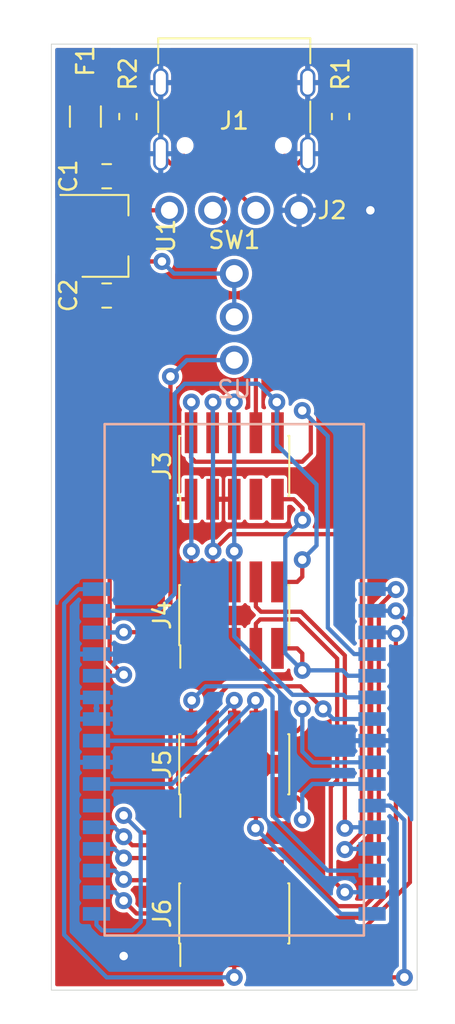
<source format=kicad_pcb>
(kicad_pcb (version 20211014) (generator pcbnew)
  (layers (0 "F.Cu" signal) (31 "B.Cu" signal) (34 "B.Paste" user) (35 "F.Paste" user) (36 "B.SilkS" user "B.Silkscreen") (37 "F.SilkS" user "F.Silkscreen") (38 "B.Mask" user) (39 "F.Mask" user) (44 "Edge.Cuts" user))
  (net 0 "")
  (net 1 "+5V")
  (net 2 "GND")
  (net 3 "+3V3")
  (net 4 "Net-(F1-Pad2)")
  (net 5 "Net-(J1-PadB5)")
  (net 6 "Net-(J1-PadA6)")
  (net 7 "Net-(J1-PadA8)")
  (net 8 "Net-(J1-PadA5)")
  (net 9 "Net-(J1-PadB8)")
  (net 10 "Net-(J1-PadA7)")
  (net 11 "/T_NRST")
  (net 12 "/GNDDetect")
  (net 13 "/T_JTDI")
  (net 14 "Net-(J3-Pad7)")
  (net 15 "/T_JTDO_SWO")
  (net 16 "/T_JCLK_SWCLK")
  (net 17 "/T_JTMS_SWDIO")
  (net 18 "/T_VCC")
  (net 19 "/T_VCP_TX_(RX)")
  (net 20 "/T_VCP_RX_(TX)")
  (net 21 "/B_CAN_RX")
  (net 22 "/B_CAN_TX")
  (net 23 "/B_SPI_MISO")
  (net 24 "/B_I2C_SCL")
  (net 25 "/B_SPI_MOSI")
  (net 26 "/B_I2C_SDA")
  (net 27 "/B_SPI_CLK")
  (net 28 "/B_SPI_NSS")
  (net 29 "/B_UART_RTS")
  (net 30 "/B_UART_CTS")
  (net 31 "/B_UART_RX")
  (net 32 "/B_UART_TX")
  (net 33 "/B_GPIO3")
  (net 34 "/T_SW_DIR")
  (net 35 "/B_GPIO2")
  (net 36 "/B_GPIO1")
  (net 37 "/B_GPIO0")
  (net 38 "Net-(U2-Pad22)")
  (footprint "Capacitor_SMD:C_0805_2012Metric" (layer "F.Cu") (at 142.5 76.25 180)
    (fp_text reference "C1" (at 2.25 0 90) (layer "F.SilkS"))
    (fp_text value "10u")
    (fp_line (start -0.258578 -0.71) (end 0.258578 -0.71) (layer "F.SilkS") (width 0.12))
    (fp_line (start -0.258578 0.71) (end 0.258578 0.71) (layer "F.SilkS") (width 0.12))
    (pad "1" smd roundrect locked (at -0.9375 0 180) (size 0.975 1.4) (layers "F.Cu" "F.Paste" "F.Mask") (net 2 "GND"))
    (pad "2" smd roundrect locked (at 0.9375 0 180) (size 0.975 1.4) (layers "F.Cu" "F.Paste" "F.Mask") (net 1 "+5V"))
  )
  (footprint "Fuse:Fuse_1206_3216Metric" (layer "F.Cu") (at 141.25 72.75 90)
    (fp_text reference "F1" (at 3.25 0 270) (layer "F.SilkS"))
    (fp_text value "500mA")
    (fp_line (start -0.602064 0.91) (end 0.602064 0.91) (layer "F.SilkS") (width 0.12))
    (fp_line (start -0.602064 -0.91) (end 0.602064 -0.91) (layer "F.SilkS") (width 0.12))
    (pad "1" smd roundrect locked (at -1.4 0 90) (size 1.25 1.75) (layers "F.Cu" "F.Paste" "F.Mask") (roundrect_rratio 0.2) (net 1 "+5V"))
    (pad "2" smd roundrect locked (at 1.4 0 90) (size 1.25 1.75) (layers "F.Cu" "F.Paste" "F.Mask") (roundrect_rratio 0.2) (net 4 "Net-(F1-Pad2)"))
  )
  (footprint "Connector_USB:USB_C_Receptacle_Palconn_UTC16-G" (layer "F.Cu") (at 150 73 180)
    (fp_text reference "J1" (at 0 0) (layer "F.SilkS"))
    (fp_text value "USB_C_Receptacle")
    (fp_line (start -4.47 4.84) (end -4.47 3.38) (layer "F.SilkS") (width 0.12))
    (fp_line (start 4.47 4.84) (end 4.47 3.38) (layer "F.SilkS") (width 0.12))
    (fp_line (start -4.47 -0.67) (end -4.47 1.13) (layer "F.SilkS") (width 0.12))
    (fp_line (start 4.47 -0.67) (end 4.47 1.13) (layer "F.SilkS") (width 0.12))
    (fp_line (start 4.47 4.84) (end -4.47 4.84) (layer "F.SilkS") (width 0.12))
    (pad "" np_thru_hole circle locked (at 2.89 -1.45) (size 0.6 0.6) (drill 0.6) (layers *.Cu *.Mask))
    (pad "" np_thru_hole circle locked (at -2.89 -1.45) (size 0.6 0.6) (drill 0.6) (layers *.Cu *.Mask))
    (pad "A1" smd rect locked (at -3.2 -2.51 180) (size 0.6 1.16) (layers "F.Cu" "F.Paste" "F.Mask") (net 2 "GND"))
    (pad "A4" smd rect locked (at -2.4 -2.51 180) (size 0.6 1.16) (layers "F.Cu" "F.Paste" "F.Mask") (net 4 "Net-(F1-Pad2)"))
    (pad "A5" smd rect locked (at -1.25 -2.51) (size 0.3 1.16) (layers "F.Cu" "F.Paste" "F.Mask") (net 8 "Net-(J1-PadA5)"))
    (pad "A6" smd rect locked (at -0.25 -2.51) (size 0.3 1.16) (layers "F.Cu" "F.Paste" "F.Mask") (net 6 "Net-(J1-PadA6)"))
    (pad "A7" smd rect locked (at 0.25 -2.51) (size 0.3 1.16) (layers "F.Cu" "F.Paste" "F.Mask") (net 10 "Net-(J1-PadA7)"))
    (pad "A8" smd rect locked (at 1.25 -2.51) (size 0.3 1.16) (layers "F.Cu" "F.Paste" "F.Mask") (net 7 "Net-(J1-PadA8)"))
    (pad "A9" smd rect locked (at 2.4 -2.51 180) (size 0.6 1.16) (layers "F.Cu" "F.Paste" "F.Mask") (net 4 "Net-(F1-Pad2)"))
    (pad "A12" smd rect locked (at 3.2 -2.51 180) (size 0.6 1.16) (layers "F.Cu" "F.Paste" "F.Mask") (net 2 "GND"))
    (pad "B1" smd rect locked (at 3.2 -2.51 180) (size 0.6 1.16) (layers "F.Cu" "F.Paste" "F.Mask") (net 2 "GND"))
    (pad "B4" smd rect locked (at 2.4 -2.51 180) (size 0.6 1.16) (layers "F.Cu" "F.Paste" "F.Mask") (net 4 "Net-(F1-Pad2)"))
    (pad "B5" smd rect locked (at 1.75 -2.51) (size 0.3 1.16) (layers "F.Cu" "F.Paste" "F.Mask") (net 5 "Net-(J1-PadB5)"))
    (pad "B6" smd rect locked (at 0.75 -2.51) (size 0.3 1.16) (layers "F.Cu" "F.Paste" "F.Mask") (net 6 "Net-(J1-PadA6)"))
    (pad "B7" smd rect locked (at -0.75 -2.51) (size 0.3 1.16) (layers "F.Cu" "F.Paste" "F.Mask") (net 10 "Net-(J1-PadA7)"))
    (pad "B8" smd rect locked (at -1.75 -2.51) (size 0.3 1.16) (layers "F.Cu" "F.Paste" "F.Mask") (net 9 "Net-(J1-PadB8)"))
    (pad "B9" smd rect locked (at -2.4 -2.51 180) (size 0.6 1.16) (layers "F.Cu" "F.Paste" "F.Mask") (net 4 "Net-(F1-Pad2)"))
    (pad "B12" smd rect locked (at -3.2 -2.51 180) (size 0.6 1.16) (layers "F.Cu" "F.Paste" "F.Mask") (net 2 "GND"))
    (pad "S1" thru_hole oval locked (at -4.32 2.24 270) (size 1.7 0.9) (drill oval 1.4 0.6) (layers *.Cu *.Mask) (net 2 "GND"))
    (pad "S1" thru_hole oval locked (at 4.32 2.24 270) (size 1.7 0.9) (drill oval 1.4 0.6) (layers *.Cu *.Mask) (net 2 "GND"))
    (pad "S1" thru_hole oval locked (at 4.32 -1.93 270) (size 2 0.9) (drill oval 1.7 0.6) (layers *.Cu *.Mask) (net 2 "GND"))
    (pad "S1" thru_hole oval locked (at -4.32 -1.93 270) (size 2 0.9) (drill oval 1.7 0.6) (layers *.Cu *.Mask) (net 2 "GND"))
  )
  (footprint "Connector_PinHeader_1.27mm:PinHeader_2x05_P1.27mm_Vertical_SMD" (layer "F.Cu") (at 150 102 90)
    (fp_text reference "J4" (at 0 -4.235 90) (layer "F.SilkS"))
    (fp_text value "SWD/VCP")
    (fp_line (start -1.765 -3.235) (end 1.765 -3.235) (layer "F.SilkS") (width 0.12))
    (fp_line (start 1.765 -3.235) (end 1.765 -3.17) (layer "F.SilkS") (width 0.12))
    (fp_line (start 1.765 3.17) (end 1.765 3.235) (layer "F.SilkS") (width 0.12))
    (fp_line (start -3.09 -3.17) (end -1.765 -3.17) (layer "F.SilkS") (width 0.12))
    (fp_line (start -1.765 -3.235) (end -1.765 -3.17) (layer "F.SilkS") (width 0.12))
    (fp_line (start -1.765 3.17) (end -1.765 3.235) (layer "F.SilkS") (width 0.12))
    (fp_line (start -1.765 3.235) (end 1.765 3.235) (layer "F.SilkS") (width 0.12))
    (pad "1" smd rect locked (at -1.95 -2.54 90) (size 2.4 0.74) (layers "F.Cu" "F.Paste" "F.Mask") (net 18 "/T_VCC"))
    (pad "2" smd rect locked (at 1.95 -2.54 90) (size 2.4 0.74) (layers "F.Cu" "F.Paste" "F.Mask") (net 17 "/T_JTMS_SWDIO"))
    (pad "3" smd rect locked (at -1.95 -1.27 90) (size 2.4 0.74) (layers "F.Cu" "F.Paste" "F.Mask") (net 2 "GND"))
    (pad "4" smd rect locked (at 1.95 -1.27 90) (size 2.4 0.74) (layers "F.Cu" "F.Paste" "F.Mask") (net 16 "/T_JCLK_SWCLK"))
    (pad "5" smd rect locked (at -1.95 0 90) (size 2.4 0.74) (layers "F.Cu" "F.Paste" "F.Mask") (net 2 "GND"))
    (pad "6" smd rect locked (at 1.95 0 90) (size 2.4 0.74) (layers "F.Cu" "F.Paste" "F.Mask") (net 15 "/T_JTDO_SWO"))
    (pad "7" smd rect locked (at -1.95 1.27 90) (size 2.4 0.74) (layers "F.Cu" "F.Paste" "F.Mask") (net 20 "/T_VCP_RX_(TX)"))
    (pad "8" smd rect locked (at 1.95 1.27 90) (size 2.4 0.74) (layers "F.Cu" "F.Paste" "F.Mask") (net 19 "/T_VCP_TX_(RX)"))
    (pad "9" smd rect locked (at -1.95 2.54 90) (size 2.4 0.74) (layers "F.Cu" "F.Paste" "F.Mask") (net 12 "/GNDDetect"))
    (pad "10" smd rect locked (at 1.95 2.54 90) (size 2.4 0.74) (layers "F.Cu" "F.Paste" "F.Mask") (net 11 "/T_NRST"))
  )
  (footprint "Connector_PinHeader_1.27mm:PinHeader_2x05_P1.27mm_Vertical_SMD" (layer "F.Cu") (at 150 110.75 90)
    (fp_text reference "J5" (at 0 -4.235 90) (layer "F.SilkS"))
    (fp_text value "SPI/I2C/CAN")
    (fp_line (start 1.765 3.17) (end 1.765 3.235) (layer "F.SilkS") (width 0.12))
    (fp_line (start -3.09 -3.17) (end -1.765 -3.17) (layer "F.SilkS") (width 0.12))
    (fp_line (start -1.765 -3.235) (end -1.765 -3.17) (layer "F.SilkS") (width 0.12))
    (fp_line (start 1.765 -3.235) (end 1.765 -3.17) (layer "F.SilkS") (width 0.12))
    (fp_line (start -1.765 -3.235) (end 1.765 -3.235) (layer "F.SilkS") (width 0.12))
    (fp_line (start -1.765 3.17) (end -1.765 3.235) (layer "F.SilkS") (width 0.12))
    (fp_line (start -1.765 3.235) (end 1.765 3.235) (layer "F.SilkS") (width 0.12))
    (pad "1" smd rect locked (at -1.95 -2.54 90) (size 2.4 0.74) (layers "F.Cu" "F.Paste" "F.Mask") (net 18 "/T_VCC"))
    (pad "2" smd rect locked (at 1.95 -2.54 90) (size 2.4 0.74) (layers "F.Cu" "F.Paste" "F.Mask") (net 28 "/B_SPI_NSS"))
    (pad "3" smd rect locked (at -1.95 -1.27 90) (size 2.4 0.74) (layers "F.Cu" "F.Paste" "F.Mask") (net 2 "GND"))
    (pad "4" smd rect locked (at 1.95 -1.27 90) (size 2.4 0.74) (layers "F.Cu" "F.Paste" "F.Mask") (net 27 "/B_SPI_CLK"))
    (pad "5" smd rect locked (at -1.95 0 90) (size 2.4 0.74) (layers "F.Cu" "F.Paste" "F.Mask") (net 26 "/B_I2C_SDA"))
    (pad "6" smd rect locked (at 1.95 0 90) (size 2.4 0.74) (layers "F.Cu" "F.Paste" "F.Mask") (net 25 "/B_SPI_MOSI"))
    (pad "7" smd rect locked (at -1.95 1.27 90) (size 2.4 0.74) (layers "F.Cu" "F.Paste" "F.Mask") (net 24 "/B_I2C_SCL"))
    (pad "8" smd rect locked (at 1.95 1.27 90) (size 2.4 0.74) (layers "F.Cu" "F.Paste" "F.Mask") (net 23 "/B_SPI_MISO"))
    (pad "9" smd rect locked (at -1.95 2.54 90) (size 2.4 0.74) (layers "F.Cu" "F.Paste" "F.Mask") (net 22 "/B_CAN_TX"))
    (pad "10" smd rect locked (at 1.95 2.54 90) (size 2.4 0.74) (layers "F.Cu" "F.Paste" "F.Mask") (net 21 "/B_CAN_RX"))
  )
  (footprint "Connector_PinHeader_1.27mm:PinHeader_2x05_P1.27mm_Vertical_SMD" (layer "F.Cu") (at 150 119.5 90)
    (fp_text reference "J6" (at 0 -4.235 90) (layer "F.SilkS"))
    (fp_text value "UART/GPIO")
    (fp_line (start 1.765 3.17) (end 1.765 3.235) (layer "F.SilkS") (width 0.12))
    (fp_line (start -1.765 -3.235) (end -1.765 -3.17) (layer "F.SilkS") (width 0.12))
    (fp_line (start -3.09 -3.17) (end -1.765 -3.17) (layer "F.SilkS") (width 0.12))
    (fp_line (start -1.765 3.17) (end -1.765 3.235) (layer "F.SilkS") (width 0.12))
    (fp_line (start -1.765 -3.235) (end 1.765 -3.235) (layer "F.SilkS") (width 0.12))
    (fp_line (start -1.765 3.235) (end 1.765 3.235) (layer "F.SilkS") (width 0.12))
    (fp_line (start 1.765 -3.235) (end 1.765 -3.17) (layer "F.SilkS") (width 0.12))
    (pad "1" smd rect locked (at -1.95 -2.54 90) (size 2.4 0.74) (layers "F.Cu" "F.Paste" "F.Mask") (net 37 "/B_GPIO0"))
    (pad "2" smd rect locked (at 1.95 -2.54 90) (size 2.4 0.74) (layers "F.Cu" "F.Paste" "F.Mask") (net 36 "/B_GPIO1"))
    (pad "3" smd rect locked (at -1.95 -1.27 90) (size 2.4 0.74) (layers "F.Cu" "F.Paste" "F.Mask") (net 2 "GND"))
    (pad "4" smd rect locked (at 1.95 -1.27 90) (size 2.4 0.74) (layers "F.Cu" "F.Paste" "F.Mask") (net 35 "/B_GPIO2"))
    (pad "5" smd rect locked (at -1.95 0 90) (size 2.4 0.74) (layers "F.Cu" "F.Paste" "F.Mask") (net 34 "/T_SW_DIR"))
    (pad "6" smd rect locked (at 1.95 0 90) (size 2.4 0.74) (layers "F.Cu" "F.Paste" "F.Mask") (net 33 "/B_GPIO3"))
    (pad "7" smd rect locked (at -1.95 1.27 90) (size 2.4 0.74) (layers "F.Cu" "F.Paste" "F.Mask") (net 32 "/B_UART_TX"))
    (pad "8" smd rect locked (at 1.95 1.27 90) (size 2.4 0.74) (layers "F.Cu" "F.Paste" "F.Mask") (net 31 "/B_UART_RX"))
    (pad "9" smd rect locked (at -1.95 2.54 90) (size 2.4 0.74) (layers "F.Cu" "F.Paste" "F.Mask") (net 30 "/B_UART_CTS"))
    (pad "10" smd rect locked (at 1.95 2.54 90) (size 2.4 0.74) (layers "F.Cu" "F.Paste" "F.Mask") (net 29 "/B_UART_RTS"))
  )
  (footprint "Resistor_SMD:R_0603_1608Metric" (layer "F.Cu") (at 156.25 72.75 -90)
    (fp_text reference "R1" (at -2.5 0 90) (layer "F.SilkS"))
    (fp_text value "5.1k")
    (fp_line (start -0.162779 -0.51) (end 0.162779 -0.51) (layer "F.SilkS") (width 0.12))
    (fp_line (start -0.162779 0.51) (end 0.162779 0.51) (layer "F.SilkS") (width 0.12))
    (pad "1" smd roundrect locked (at -0.7875 0 270) (size 0.875 0.95) (layers "F.Cu" "F.Paste" "F.Mask") (net 2 "GND"))
    (pad "2" smd roundrect locked (at 0.7875 0 270) (size 0.875 0.95) (layers "F.Cu" "F.Paste" "F.Mask") (net 8 "Net-(J1-PadA5)"))
  )
  (footprint "Resistor_SMD:R_0603_1608Metric" (layer "F.Cu") (at 143.75 72.75 -90)
    (fp_text reference "R2" (at -2.5 0 90) (layer "F.SilkS"))
    (fp_text value "5.1k")
    (fp_line (start -0.162779 0.51) (end 0.162779 0.51) (layer "F.SilkS") (width 0.12))
    (fp_line (start -0.162779 -0.51) (end 0.162779 -0.51) (layer "F.SilkS") (width 0.12))
    (pad "1" smd roundrect locked (at -0.7875 0 270) (size 0.875 0.95) (layers "F.Cu" "F.Paste" "F.Mask") (net 2 "GND"))
    (pad "2" smd roundrect locked (at 0.7875 0 270) (size 0.875 0.95) (layers "F.Cu" "F.Paste" "F.Mask") (net 5 "Net-(J1-PadB5)"))
  )
  (footprint "Connector_PinHeader_2.54mm:PinHeader_1x03_P2.54mm_Vertical" (layer "F.Cu") (at 150 84.5 180)
    (fp_text reference "SW1" (at 0 4.5) (layer "F.SilkS"))
    (fp_text value "SW_SPDT")
    (pad "1" thru_hole circle locked (at 0 -2.54 180) (size 1.7 1.7) (drill 1) (layers *.Cu *.Mask) (net 18 "/T_VCC"))
    (pad "2" thru_hole oval locked (at 0 0 180) (size 1.7 1.7) (drill 1) (layers *.Cu *.Mask) (net 3 "+3V3"))
    (pad "3" thru_hole oval locked (at 0 2.54 180) (size 1.7 1.7) (drill 1) (layers *.Cu *.Mask) (net 3 "+3V3"))
  )
  (footprint "Package_TO_SOT_SMD:SOT-89-3" (layer "F.Cu") (at 142 79.75)
    (fp_text reference "U1" (at 4 0 90) (layer "F.SilkS"))
    (fp_text value "AZ1117CR2-3.3")
    (fp_line (start 1.78 -2.4) (end 1.78 -1.2) (layer "F.SilkS") (width 0.12))
    (fp_line (start -2.22 -2.4) (end 1.78 -2.4) (layer "F.SilkS") (width 0.12))
    (fp_line (start 1.78 1.2) (end 1.78 2.4) (layer "F.SilkS") (width 0.12))
    (fp_line (start 1.78 2.4) (end -0.92 2.4) (layer "F.SilkS") (width 0.12))
    (pad "1" smd rect locked (at -1.48 -1.5 270) (size 1 1.5) (layers "F.Cu" "F.Paste" "F.Mask") (net 1 "+5V"))
    (pad "2" smd trapezoid locked (at -0.0762 0 90) (size 1.5 1) (rect_delta 0 0.7) (layers "F.Cu" "F.Paste" "F.Mask") (net 2 "GND"))
    (pad "2" smd rect locked (at 1.3335 0 270) (size 2.2 1.84) (layers "F.Cu" "F.Paste" "F.Mask") (net 2 "GND"))
    (pad "2" smd trapezoid locked (at 2.667 0 270) (size 1.6 0.85) (rect_delta 0 0.6) (layers "F.Cu" "F.Paste" "F.Mask") (net 2 "GND"))
    (pad "2" smd rect locked (at -1.3335 0 270) (size 1 1.8) (layers "F.Cu" "F.Paste" "F.Mask") (net 2 "GND"))
    (pad "3" smd rect locked (at -1.48 1.5 270) (size 1 1.5) (layers "F.Cu" "F.Paste" "F.Mask") (net 3 "+3V3"))
  )
  (footprint "Capacitor_SMD:C_0805_2012Metric" (layer "F.Cu") (at 142.5 83.25)
    (fp_text reference "C2" (at -2.25 0 90) (layer "F.SilkS"))
    (fp_text value "10u")
    (fp_line (start -0.258578 -0.71) (end 0.258578 -0.71) (layer "F.SilkS") (width 0.12))
    (fp_line (start -0.258578 0.71) (end 0.258578 0.71) (layer "F.SilkS") (width 0.12))
    (pad "1" smd roundrect locked (at -0.9375 0) (size 0.975 1.4) (layers "F.Cu" "F.Paste" "F.Mask") (net 3 "+3V3"))
    (pad "2" smd roundrect locked (at 0.9375 0) (size 0.975 1.4) (layers "F.Cu" "F.Paste" "F.Mask") (net 2 "GND"))
  )
  (footprint "Connector_PinHeader_1.27mm:PinHeader_2x05_P1.27mm_Vertical_SMD" (layer "F.Cu") (at 150 93.25 90)
    (fp_text reference "J3" (at 0 -4.235 90) (layer "F.SilkS"))
    (fp_text value "JTAG")
    (fp_line (start 1.765 3.17) (end 1.765 3.235) (layer "F.SilkS") (width 0.12))
    (fp_line (start 1.765 -3.235) (end 1.765 -3.17) (layer "F.SilkS") (width 0.12))
    (fp_line (start -1.765 3.235) (end 1.765 3.235) (layer "F.SilkS") (width 0.12))
    (fp_line (start -1.765 -3.235) (end 1.765 -3.235) (layer "F.SilkS") (width 0.12))
    (fp_line (start -3.09 -3.17) (end -1.765 -3.17) (layer "F.SilkS") (width 0.12))
    (fp_line (start -1.765 -3.235) (end -1.765 -3.17) (layer "F.SilkS") (width 0.12))
    (fp_line (start -1.765 3.17) (end -1.765 3.235) (layer "F.SilkS") (width 0.12))
    (pad "1" smd rect locked (at -1.95 -2.54 90) (size 2.4 0.74) (layers "F.Cu" "F.Paste" "F.Mask") (net 18 "/T_VCC"))
    (pad "2" smd rect locked (at 1.95 -2.54 90) (size 2.4 0.74) (layers "F.Cu" "F.Paste" "F.Mask") (net 17 "/T_JTMS_SWDIO"))
    (pad "3" smd rect locked (at -1.95 -1.27 90) (size 2.4 0.74) (layers "F.Cu" "F.Paste" "F.Mask") (net 2 "GND"))
    (pad "4" smd rect locked (at 1.95 -1.27 90) (size 2.4 0.74) (layers "F.Cu" "F.Paste" "F.Mask") (net 16 "/T_JCLK_SWCLK"))
    (pad "5" smd rect locked (at -1.95 0 90) (size 2.4 0.74) (layers "F.Cu" "F.Paste" "F.Mask") (net 2 "GND"))
    (pad "6" smd rect locked (at 1.95 0 90) (size 2.4 0.74) (layers "F.Cu" "F.Paste" "F.Mask") (net 15 "/T_JTDO_SWO"))
    (pad "7" smd rect locked (at -1.95 1.27 90) (size 2.4 0.74) (layers "F.Cu" "F.Paste" "F.Mask") (net 14 "Net-(J3-Pad7)"))
    (pad "8" smd rect locked (at 1.95 1.27 90) (size 2.4 0.74) (layers "F.Cu" "F.Paste" "F.Mask") (net 13 "/T_JTDI"))
    (pad "9" smd rect locked (at -1.95 2.54 90) (size 2.4 0.74) (layers "F.Cu" "F.Paste" "F.Mask") (net 12 "/GNDDetect"))
    (pad "10" smd rect locked (at 1.95 2.54 90) (size 2.4 0.74) (layers "F.Cu" "F.Paste" "F.Mask") (net 11 "/T_NRST"))
  )
  (footprint "Connector_PinHeader_2.54mm:PinHeader_1x04_P2.54mm_Vertical" (layer "F.Cu") (at 150 78.25 90)
    (fp_text reference "J2" (at 0 5.75 180) (layer "F.SilkS"))
    (fp_text value "USB")
    (pad "1" thru_hole circle locked (at 0 -3.81 90) (size 1.7 1.7) (drill 1) (layers *.Cu *.Mask) (net 1 "+5V"))
    (pad "2" thru_hole oval locked (at 0 -1.27 90) (size 1.7 1.7) (drill 1) (layers *.Cu *.Mask) (net 10 "Net-(J1-PadA7)"))
    (pad "3" thru_hole oval locked (at 0 1.27 90) (size 1.7 1.7) (drill 1) (layers *.Cu *.Mask) (net 6 "Net-(J1-PadA6)"))
    (pad "4" thru_hole oval locked (at 0 3.81 90) (size 1.7 1.7) (drill 1) (layers *.Cu *.Mask) (net 2 "GND"))
  )
  (footprint "stlinkv3mods:STLINK-V3MODS" (layer "B.Cu") (at 150 110 180)
    (fp_text reference "U2" (at 0 21.25) (layer "B.SilkS") (effects (justify mirror)))
    (fp_text value "STLINK-V3MODS")
    (fp_line (start -7.62 -10.795) (end 7.62 -10.795) (layer "B.SilkS") (width 0.15))
    (fp_line (start 7.62 19.205) (end 7.62 -10.795) (layer "B.SilkS") (width 0.15))
    (fp_line (start -7.62 19.205) (end 7.62 19.205) (layer "B.SilkS") (width 0.15))
    (fp_line (start -7.62 -10.795) (end -7.62 19.205) (layer "B.SilkS") (width 0.15))
    (pad "1" smd rect locked (at -8.1 9.525 270) (size 0.8 1.6) (layers "B.Cu" "B.Paste" "B.Mask") (net 31 "/B_UART_RX"))
    (pad "2" smd rect locked (at -8.1 8.255 270) (size 0.8 1.6) (layers "B.Cu" "B.Paste" "B.Mask") (net 30 "/B_UART_CTS"))
    (pad "3" smd rect locked (at -8.1 6.985 270) (size 0.8 1.6) (layers "B.Cu" "B.Paste" "B.Mask") (net 29 "/B_UART_RTS"))
    (pad "4" smd rect locked (at -8.1 5.715 270) (size 0.8 1.6) (layers "B.Cu" "B.Paste" "B.Mask") (net 17 "/T_JTMS_SWDIO"))
    (pad "5" smd rect locked (at -8.1 4.445 270) (size 0.8 1.6) (layers "B.Cu" "B.Paste" "B.Mask") (net 12 "/GNDDetect"))
    (pad "6" smd rect locked (at -8.1 3.175 270) (size 0.8 1.6) (layers "B.Cu" "B.Paste" "B.Mask") (net 15 "/T_JTDO_SWO"))
    (pad "7" smd rect locked (at -8.1 1.905 270) (size 0.8 1.6) (layers "B.Cu" "B.Paste" "B.Mask") (net 27 "/B_SPI_CLK"))
    (pad "8" smd rect locked (at -8.1 0.635 270) (size 0.8 1.6) (layers "B.Cu" "B.Paste" "B.Mask") (net 2 "GND"))
    (pad "9" smd rect locked (at -8.1 -0.635 270) (size 0.8 1.6) (layers "B.Cu" "B.Paste" "B.Mask") (net 21 "/B_CAN_RX"))
    (pad "10" smd rect locked (at -8.1 -1.905 270) (size 0.8 1.6) (layers "B.Cu" "B.Paste" "B.Mask") (net 22 "/B_CAN_TX"))
    (pad "11" smd rect locked (at -8.1 -3.175 270) (size 0.8 1.6) (layers "B.Cu" "B.Paste" "B.Mask") (net 32 "/B_UART_TX"))
    (pad "12" smd rect locked (at -8.1 -4.445 270) (size 0.8 1.6) (layers "B.Cu" "B.Paste" "B.Mask") (net 19 "/T_VCP_TX_(RX)"))
    (pad "13" smd rect locked (at -8.1 -5.715 270) (size 0.8 1.6) (layers "B.Cu" "B.Paste" "B.Mask") (net 16 "/T_JCLK_SWCLK"))
    (pad "14" smd rect locked (at -8.1 -6.985 270) (size 0.8 1.6) (layers "B.Cu" "B.Paste" "B.Mask") (net 28 "/B_SPI_NSS"))
    (pad "15" smd rect locked (at -8.1 -8.255 270) (size 0.8 1.6) (layers "B.Cu" "B.Paste" "B.Mask") (net 20 "/T_VCP_RX_(TX)"))
    (pad "16" smd rect locked (at -8.1 -9.525 270) (size 0.8 1.6) (layers "B.Cu" "B.Paste" "B.Mask") (net 24 "/B_I2C_SCL"))
    (pad "17" smd rect locked (at 8.1 -9.525 270) (size 0.8 1.6) (layers "B.Cu" "B.Paste" "B.Mask") (net 26 "/B_I2C_SDA"))
    (pad "18" smd rect locked (at 8.1 -8.255 270) (size 0.8 1.6) (layers "B.Cu" "B.Paste" "B.Mask") (net 37 "/B_GPIO0"))
    (pad "19" smd rect locked (at 8.1 -6.985 270) (size 0.8 1.6) (layers "B.Cu" "B.Paste" "B.Mask") (net 36 "/B_GPIO1"))
    (pad "20" smd rect locked (at 8.1 -5.715 270) (size 0.8 1.6) (layers "B.Cu" "B.Paste" "B.Mask") (net 35 "/B_GPIO2"))
    (pad "21" smd rect locked (at 8.1 -4.445 270) (size 0.8 1.6) (layers "B.Cu" "B.Paste" "B.Mask") (net 33 "/B_GPIO3"))
    (pad "22" smd rect locked (at 8.1 -3.175 270) (size 0.8 1.6) (layers "B.Cu" "B.Paste" "B.Mask") (net 38 "Net-(U2-Pad22)"))
    (pad "23" smd rect locked (at 8.1 -1.905 270) (size 0.8 1.6) (layers "B.Cu" "B.Paste" "B.Mask") (net 23 "/B_SPI_MISO"))
    (pad "24" smd rect locked (at 8.1 -0.635 270) (size 0.8 1.6) (layers "B.Cu" "B.Paste" "B.Mask") (net 2 "GND"))
    (pad "25" smd rect locked (at 8.1 0.635 270) (size 0.8 1.6) (layers "B.Cu" "B.Paste" "B.Mask") (net 25 "/B_SPI_MOSI"))
    (pad "26" smd rect locked (at 8.1 1.905 270) (size 0.8 1.6) (layers "B.Cu" "B.Paste" "B.Mask") (net 2 "GND"))
    (pad "27" smd rect locked (at 8.1 3.175 270) (size 0.8 1.6) (layers "B.Cu" "B.Paste" "B.Mask") (net 2 "GND"))
    (pad "28" smd rect locked (at 8.1 4.445 270) (size 0.8 1.6) (layers "B.Cu" "B.Paste" "B.Mask") (net 13 "/T_JTDI"))
    (pad "29" smd rect locked (at 8.1 5.715 270) (size 0.8 1.6) (layers "B.Cu" "B.Paste" "B.Mask") (net 2 "GND"))
    (pad "30" smd rect locked (at 8.1 6.985 270) (size 0.8 1.6) (layers "B.Cu" "B.Paste" "B.Mask") (net 18 "/T_VCC"))
    (pad "31" smd rect locked (at 8.1 8.255 270) (size 0.8 1.6) (layers "B.Cu" "B.Paste" "B.Mask") (net 11 "/T_NRST"))
    (pad "32" smd rect locked (at 8.1 9.525 270) (size 0.8 1.6) (layers "B.Cu" "B.Paste" "B.Mask") (net 34 "/T_SW_DIR"))
  )
  (gr_line (start 160.75 124) (end 139.25 124) (layer "Edge.Cuts") (width 0.05))
  (gr_line (start 139.25 124) (end 139.25 68.5) (layer "Edge.Cuts") (width 0.05))
  (gr_line (start 139.25 68.5) (end 160.75 68.5) (layer "Edge.Cuts") (width 0.05))
  (gr_line (start 160.75 68.5) (end 160.75 124) (layer "Edge.Cuts") (width 0.05))
  (segment (start 141.52 78.25) (end 146.19 78.25) (width 0.25) (layer "F.Cu") (net 1))
  (segment (start 140.54 76.25) (end 141.5625 76.25) (width 0.25) (layer "F.Cu") (net 1))
  (segment (start 140.52 76.23) (end 140.52 74.88) (width 0.25) (layer "F.Cu") (net 1))
  (segment (start 140.52 76.23) (end 140.54 76.25) (width 0.25) (layer "F.Cu") (net 1))
  (segment (start 140.52 78.25) (end 140.52 76.23) (width 0.25) (layer "F.Cu") (net 1))
  (segment (start 140.52 74.88) (end 141.25 74.15) (width 0.25) (layer "F.Cu") (net 1))
  (segment (start 140.52 78.25) (end 141.52 78.25) (width 0.25) (layer "F.Cu") (net 1))
  (segment (start 146.26 75.51) (end 145.68 74.93) (width 0.25) (layer "F.Cu") (net 2))
  (segment (start 153.74 75.51) (end 154.32 74.93) (width 0.25) (layer "F.Cu") (net 2))
  (segment (start 146.8 75.51) (end 146.26 75.51) (width 0.25) (layer "F.Cu") (net 2))
  (segment (start 153.2 75.51) (end 153.74 75.51) (width 0.25) (layer "F.Cu") (net 2))
  (via (at 158 78.25) (size 1) (drill 0.5) (layers "F.Cu" "B.Cu") (net 2))
  (via (at 143.5 122) (size 1) (drill 0.5) (layers "F.Cu" "B.Cu") (net 2))
  (segment (start 140.52 81.25) (end 145.75 81.25) (width 0.25) (layer "F.Cu") (net 3))
  (segment (start 140.52 81.25) (end 140.52 82.2075) (width 0.25) (layer "F.Cu") (net 3))
  (segment (start 140.52 82.2075) (end 141.5625 83.25) (width 0.25) (layer "F.Cu") (net 3))
  (via (at 145.75 81.25) (size 1) (drill 0.5) (layers "F.Cu" "B.Cu") (net 3))
  (segment (start 145.75 81.25) (end 146.46 81.96) (width 0.25) (layer "B.Cu") (net 3))
  (segment (start 146.46 81.96) (end 150 81.96) (width 0.25) (layer "B.Cu") (net 3))
  (segment (start 150 81.96) (end 150 84.5) (width 0.25) (layer "B.Cu") (net 3))
  (segment (start 151.764999 73.764999) (end 152.264999 74.264999) (width 0.25) (layer "F.Cu") (net 4))
  (segment (start 147.735001 75.374999) (end 147.6 75.51) (width 0.25) (layer "F.Cu") (net 4))
  (segment (start 147.735001 73.764999) (end 151.764999 73.764999) (width 0.25) (layer "F.Cu") (net 4))
  (segment (start 147.735001 73.764999) (end 147.735001 75.374999) (width 0.25) (layer "F.Cu") (net 4))
  (segment (start 142.725 69.25) (end 146.25 69.25) (width 0.25) (layer "F.Cu") (net 4))
  (segment (start 141.25 71.35) (end 141.25 70.725) (width 0.25) (layer "F.Cu") (net 4))
  (segment (start 152.264999 75.374999) (end 152.4 75.51) (width 0.25) (layer "F.Cu") (net 4))
  (segment (start 146.25 69.25) (end 147.735001 70.735001) (width 0.25) (layer "F.Cu") (net 4))
  (segment (start 141.25 70.725) (end 142.725 69.25) (width 0.25) (layer "F.Cu") (net 4))
  (segment (start 147.735001 70.735001) (end 147.735001 73.764999) (width 0.25) (layer "F.Cu") (net 4))
  (segment (start 152.264999 74.264999) (end 152.264999 75.374999) (width 0.25) (layer "F.Cu") (net 4))
  (segment (start 148.25 75.51) (end 148.25 76.34) (width 0.25) (layer "F.Cu") (net 5))
  (segment (start 145.603971 76.5) (end 143.75 74.646029) (width 0.25) (layer "F.Cu") (net 5))
  (segment (start 148.09 76.5) (end 145.603971 76.5) (width 0.25) (layer "F.Cu") (net 5))
  (segment (start 143.75 74.646029) (end 143.75 73.975) (width 0.25) (layer "F.Cu") (net 5))
  (segment (start 143.75 73.975) (end 143.75 73.5375) (width 0.25) (layer "F.Cu") (net 5))
  (segment (start 148.25 76.34) (end 148.09 76.5) (width 0.25) (layer "F.Cu") (net 5))
  (segment (start 150.25 75.51) (end 150.25 74.68) (width 0.25) (layer "F.Cu") (net 6))
  (segment (start 149.25 74.68) (end 149.25 75.51) (width 0.25) (layer "F.Cu") (net 6))
  (segment (start 150.174999 74.604999) (end 149.325001 74.604999) (width 0.25) (layer "F.Cu") (net 6))
  (segment (start 150.25 75.51) (end 150.25 77.23) (width 0.25) (layer "F.Cu") (net 6))
  (segment (start 149.325001 74.604999) (end 149.25 74.68) (width 0.25) (layer "F.Cu") (net 6))
  (segment (start 150.25 74.68) (end 150.174999 74.604999) (width 0.25) (layer "F.Cu") (net 6))
  (segment (start 150.25 77.23) (end 151.27 78.25) (width 0.25) (layer "F.Cu") (net 6))
  (segment (start 154.396029 76.5) (end 156.25 74.646029) (width 0.25) (layer "F.Cu") (net 8))
  (segment (start 156.25 74.646029) (end 156.25 73.975) (width 0.25) (layer "F.Cu") (net 8))
  (segment (start 151.424998 76.5) (end 154.396029 76.5) (width 0.25) (layer "F.Cu") (net 8))
  (segment (start 151.25 75.51) (end 151.25 76.325002) (width 0.25) (layer "F.Cu") (net 8))
  (segment (start 151.25 76.325002) (end 151.424998 76.5) (width 0.25) (layer "F.Cu") (net 8))
  (segment (start 156.25 73.975) (end 156.25 73.5375) (width 0.25) (layer "F.Cu") (net 8))
  (segment (start 150.75 75.51) (end 150.75 76.461412) (width 0.25) (layer "F.Cu") (net 10))
  (segment (start 151.759002 77) (end 152.445001 77.685999) (width 0.25) (layer "F.Cu") (net 10))
  (segment (start 150.75 76.461412) (end 151.288588 77) (width 0.25) (layer "F.Cu") (net 10))
  (segment (start 149.75 77.23) (end 148.73 78.25) (width 0.25) (layer "F.Cu") (net 10))
  (segment (start 152.445001 78.814001) (end 151.834001 79.425001) (width 0.25) (layer "F.Cu") (net 10))
  (segment (start 149.75 75.51) (end 149.75 77.23) (width 0.25) (layer "F.Cu") (net 10))
  (segment (start 152.445001 77.685999) (end 152.445001 78.814001) (width 0.25) (layer "F.Cu") (net 10))
  (segment (start 151.834001 79.425001) (end 149.905001 79.425001) (width 0.25) (layer "F.Cu") (net 10))
  (segment (start 151.288588 77) (end 151.759002 77) (width 0.25) (layer "F.Cu") (net 10))
  (segment (start 149.905001 79.425001) (end 149.579999 79.099999) (width 0.25) (layer "F.Cu") (net 10))
  (segment (start 149.579999 79.099999) (end 148.73 78.25) (width 0.25) (layer "F.Cu") (net 10))
  (segment (start 152.54 91.3) (end 152.54 89.54) (width 0.25) (layer "F.Cu") (net 11))
  (segment (start 152.54 89.54) (end 152.5 89.5) (width 0.25) (layer "F.Cu") (net 11))
  (segment (start 152.54 100.05) (end 153.7 100.05) (width 0.25) (layer "F.Cu") (net 11))
  (segment (start 154 99.75) (end 154 98.75) (width 0.25) (layer "F.Cu") (net 11))
  (segment (start 153.7 100.05) (end 154 99.75) (width 0.25) (layer "F.Cu") (net 11))
  (via (at 154 98.75) (size 1) (drill 0.5) (layers "F.Cu" "B.Cu") (net 11))
  (via (at 152.5 89.5) (size 1) (drill 0.5) (layers "F.Cu" "B.Cu") (net 11))
  (segment (start 152.5 92) (end 152.5 89.5) (width 0.25) (layer "B.Cu") (net 11))
  (segment (start 146.5 89.006245) (end 147.081246 88.424999) (width 0.25) (layer "B.Cu") (net 11))
  (segment (start 154.836481 97.913519) (end 154.836481 94.336481) (width 0.25) (layer "B.Cu") (net 11))
  (segment (start 147.081246 88.424999) (end 151.424999 88.424999) (width 0.25) (layer "B.Cu") (net 11))
  (segment (start 154 98.75) (end 154.836481 97.913519) (width 0.25) (layer "B.Cu") (net 11))
  (segment (start 141.9 101.745) (end 145.505 101.745) (width 0.25) (layer "B.Cu") (net 11))
  (segment (start 154.836481 94.336481) (end 152.5 92) (width 0.25) (layer "B.Cu") (net 11))
  (segment (start 152.000001 89.000001) (end 152.5 89.5) (width 0.25) (layer "B.Cu") (net 11))
  (segment (start 151.424999 88.424999) (end 152.000001 89.000001) (width 0.25) (layer "B.Cu") (net 11))
  (segment (start 146.5 100.75) (end 146.5 89.006245) (width 0.25) (layer "B.Cu") (net 11))
  (segment (start 145.505 101.745) (end 146.5 100.75) (width 0.25) (layer "B.Cu") (net 11))
  (segment (start 153.493595 95.2) (end 154.011479 95.717884) (width 0.25) (layer "F.Cu") (net 12))
  (segment (start 152.54 103.95) (end 153.7 103.95) (width 0.25) (layer "F.Cu") (net 12))
  (segment (start 154.011479 95.717884) (end 154.011479 96.42499) (width 0.25) (layer "F.Cu") (net 12))
  (segment (start 153.7 103.95) (end 153.999982 104.249982) (width 0.25) (layer "F.Cu") (net 12))
  (segment (start 152.54 95.2) (end 153.493595 95.2) (width 0.25) (layer "F.Cu") (net 12))
  (segment (start 153.999982 104.249982) (end 153.999982 105.238618) (width 0.25) (layer "F.Cu") (net 12))
  (via (at 154.011479 96.42499) (size 1) (drill 0.5) (layers "F.Cu" "B.Cu") (net 12))
  (via (at 153.999982 105.238618) (size 1) (drill 0.5) (layers "F.Cu" "B.Cu") (net 12))
  (segment (start 153.999982 105.238618) (end 153 104.238636) (width 0.25) (layer "B.Cu") (net 12))
  (segment (start 153 104.238636) (end 153 97.436469) (width 0.25) (layer "B.Cu") (net 12))
  (segment (start 153.51148 96.924989) (end 154.011479 96.42499) (width 0.25) (layer "B.Cu") (net 12))
  (segment (start 156.363618 105.238618) (end 153.999982 105.238618) (width 0.25) (layer "B.Cu") (net 12))
  (segment (start 153 97.436469) (end 153.51148 96.924989) (width 0.25) (layer "B.Cu") (net 12))
  (segment (start 156.68 105.555) (end 156.363618 105.238618) (width 0.25) (layer "B.Cu") (net 12))
  (segment (start 158.1 105.555) (end 156.68 105.555) (width 0.25) (layer "B.Cu") (net 12))
  (segment (start 143.5 85.75) (end 142.674993 86.575007) (width 0.25) (layer "F.Cu") (net 13))
  (segment (start 151.27 91.3) (end 151.27 86.570998) (width 0.25) (layer "F.Cu") (net 13))
  (segment (start 151.27 86.570998) (end 150.449002 85.75) (width 0.25) (layer "F.Cu") (net 13))
  (segment (start 142.674993 104.674993) (end 143.5 105.5) (width 0.25) (layer "F.Cu") (net 13))
  (segment (start 142.674993 86.575007) (end 142.674993 104.674993) (width 0.25) (layer "F.Cu") (net 13))
  (segment (start 150.449002 85.75) (end 143.5 85.75) (width 0.25) (layer "F.Cu") (net 13))
  (via (at 143.5 105.5) (size 1) (drill 0.5) (layers "F.Cu" "B.Cu") (net 13))
  (segment (start 141.9 105.555) (end 143.445 105.555) (width 0.25) (layer "B.Cu") (net 13))
  (segment (start 143.445 105.555) (end 143.5 105.5) (width 0.25) (layer "B.Cu") (net 13))
  (segment (start 150 91.3) (end 150 89.500006) (width 0.25) (layer "F.Cu") (net 15))
  (segment (start 150 100.05) (end 150 98.25) (width 0.25) (layer "F.Cu") (net 15))
  (via (at 150 98.25) (size 1) (drill 0.5) (layers "F.Cu" "B.Cu") (net 15))
  (via (at 150 89.500006) (size 1) (drill 0.5) (layers "F.Cu" "B.Cu") (net 15))
  (segment (start 156.575 106.825) (end 156.424992 106.674992) (width 0.25) (layer "B.Cu") (net 15))
  (segment (start 158.1 106.825) (end 156.575 106.825) (width 0.25) (layer "B.Cu") (net 15))
  (segment (start 156.424992 106.674992) (end 153.424992 106.674992) (width 0.25) (layer "B.Cu") (net 15))
  (segment (start 150 98.957106) (end 150 98.25) (width 0.25) (layer "B.Cu") (net 15))
  (segment (start 150 103.25) (end 150 98.957106) (width 0.25) (layer "B.Cu") (net 15))
  (segment (start 150 98.25) (end 150 89.500006) (width 0.25) (layer "B.Cu") (net 15))
  (segment (start 153.424992 106.674992) (end 150 103.25) (width 0.25) (layer "B.Cu") (net 15))
  (segment (start 156.5 115.75) (end 157.5 114.75) (width 0.25) (layer "F.Cu") (net 16))
  (segment (start 149.749992 97.25) (end 149.249999 97.749993) (width 0.25) (layer "F.Cu") (net 16))
  (segment (start 148.73 98.269992) (end 148.75 98.249992) (width 0.25) (layer "F.Cu") (net 16))
  (segment (start 157.5 98.25) (end 156.5 97.25) (width 0.25) (layer "F.Cu") (net 16))
  (segment (start 156.5 97.25) (end 149.749992 97.25) (width 0.25) (layer "F.Cu") (net 16))
  (segment (start 149.249999 97.749993) (end 148.75 98.249992) (width 0.25) (layer "F.Cu") (net 16))
  (segment (start 148.73 91.3) (end 148.73 89.52) (width 0.25) (layer "F.Cu") (net 16))
  (segment (start 148.73 100.05) (end 148.73 98.269992) (width 0.25) (layer "F.Cu") (net 16))
  (segment (start 157.5 114.75) (end 157.5 98.25) (width 0.25) (layer "F.Cu") (net 16))
  (segment (start 148.73 89.52) (end 148.75 89.5) (width 0.25) (layer "F.Cu") (net 16))
  (via (at 148.75 89.5) (size 1) (drill 0.5) (layers "F.Cu" "B.Cu") (net 16))
  (via (at 156.5 115.75) (size 1) (drill 0.5) (layers "F.Cu" "B.Cu") (net 16))
  (via (at 148.75 98.249992) (size 1) (drill 0.5) (layers "F.Cu" "B.Cu") (net 16))
  (segment (start 156.535 115.715) (end 156.5 115.75) (width 0.25) (layer "B.Cu") (net 16))
  (segment (start 158.1 115.715) (end 156.535 115.715) (width 0.25) (layer "B.Cu") (net 16))
  (segment (start 148.75 98.249992) (end 148.75 89.5) (width 0.25) (layer "B.Cu") (net 16))
  (segment (start 154.499999 90.499999) (end 154 90) (width 0.25) (layer "F.Cu") (net 17))
  (segment (start 147.46 92.75) (end 147.71 93) (width 0.25) (layer "F.Cu") (net 17))
  (segment (start 154 93) (end 154.499999 92.500001) (width 0.25) (layer "F.Cu") (net 17))
  (segment (start 154.499999 92.500001) (end 154.499999 90.499999) (width 0.25) (layer "F.Cu") (net 17))
  (segment (start 147.71 93) (end 154 93) (width 0.25) (layer "F.Cu") (net 17))
  (segment (start 147.46 98.267239) (end 147.477247 98.249992) (width 0.25) (layer "F.Cu") (net 17))
  (segment (start 147.46 89.517255) (end 147.477247 89.500008) (width 0.25) (layer "F.Cu") (net 17))
  (segment (start 147.46 91.3) (end 147.46 89.517255) (width 0.25) (layer "F.Cu") (net 17))
  (segment (start 147.46 91.3) (end 147.46 92.75) (width 0.25) (layer "F.Cu") (net 17))
  (segment (start 147.46 100.05) (end 147.46 98.267239) (width 0.25) (layer "F.Cu") (net 17))
  (via (at 147.477247 98.249992) (size 1) (drill 0.5) (layers "F.Cu" "B.Cu") (net 17))
  (via (at 154 90) (size 1) (drill 0.5) (layers "F.Cu" "B.Cu") (net 17))
  (via (at 147.477247 89.500008) (size 1) (drill 0.5) (layers "F.Cu" "B.Cu") (net 17))
  (segment (start 157.05 104.285) (end 155.5 102.735) (width 0.25) (layer "B.Cu") (net 17))
  (segment (start 147.477247 97.542886) (end 147.477247 89.500008) (width 0.25) (layer "B.Cu") (net 17))
  (segment (start 154.499999 90.499999) (end 154 90) (width 0.25) (layer "B.Cu") (net 17))
  (segment (start 155.5 102.735) (end 155.5 91.5) (width 0.25) (layer "B.Cu") (net 17))
  (segment (start 158.1 104.285) (end 157.05 104.285) (width 0.25) (layer "B.Cu") (net 17))
  (segment (start 155.5 91.5) (end 154.499999 90.499999) (width 0.25) (layer "B.Cu") (net 17))
  (segment (start 147.477247 98.249992) (end 147.477247 97.542886) (width 0.25) (layer "B.Cu") (net 17))
  (segment (start 146.25 88) (end 146.25 95.25) (width 0.25) (layer "F.Cu") (net 18))
  (segment (start 146.25 104) (end 146.25 112.11) (width 0.25) (layer "F.Cu") (net 18))
  (segment (start 146.25 103) (end 143.499994 103) (width 0.25) (layer "F.Cu") (net 18))
  (segment (start 146.25 112.11) (end 146.84 112.7) (width 0.25) (layer "F.Cu") (net 18))
  (segment (start 146.25 104) (end 146.3 103.95) (width 0.25) (layer "F.Cu") (net 18))
  (segment (start 146.3 95.2) (end 147.46 95.2) (width 0.25) (layer "F.Cu") (net 18))
  (segment (start 146.25 95.25) (end 146.25 95.79) (width 0.25) (layer "F.Cu") (net 18))
  (segment (start 146.84 112.7) (end 147.46 112.7) (width 0.25) (layer "F.Cu") (net 18))
  (segment (start 146.25 95.79) (end 146.25 103) (width 0.25) (layer "F.Cu") (net 18))
  (segment (start 146.3 103.95) (end 147.46 103.95) (width 0.25) (layer "F.Cu") (net 18))
  (segment (start 146.25 95.25) (end 146.3 95.2) (width 0.25) (layer "F.Cu") (net 18))
  (segment (start 146.25 103) (end 146.25 104) (width 0.25) (layer "F.Cu") (net 18))
  (via (at 143.499994 103) (size 1) (drill 0.5) (layers "F.Cu" "B.Cu") (net 18))
  (via (at 146.25 88) (size 1) (drill 0.5) (layers "F.Cu" "B.Cu") (net 18))
  (segment (start 147.21 87.04) (end 146.25 88) (width 0.25) (layer "B.Cu") (net 18))
  (segment (start 143.484994 103.015) (end 143.499994 103) (width 0.25) (layer "B.Cu") (net 18))
  (segment (start 150 87.04) (end 147.21 87.04) (width 0.25) (layer "B.Cu") (net 18))
  (segment (start 141.9 103.015) (end 143.484994 103.015) (width 0.25) (layer "B.Cu") (net 18))
  (segment (start 156.5 113.792894) (end 156.5 114.5) (width 0.25) (layer "F.Cu") (net 19))
  (segment (start 156.5 104.363589) (end 156.5 113.792894) (width 0.25) (layer "F.Cu") (net 19))
  (segment (start 151.27 100.05) (end 151.27 101.5) (width 0.25) (layer "F.Cu") (net 19))
  (segment (start 151.27 101.5) (end 151.569989 101.799989) (width 0.25) (layer "F.Cu") (net 19))
  (segment (start 153.9364 101.799989) (end 156.5 104.363589) (width 0.25) (layer "F.Cu") (net 19))
  (segment (start 151.569989 101.799989) (end 153.9364 101.799989) (width 0.25) (layer "F.Cu") (net 19))
  (via (at 156.5 114.5) (size 1) (drill 0.5) (layers "F.Cu" "B.Cu") (net 19))
  (segment (start 156.555 114.445) (end 156.5 114.5) (width 0.25) (layer "B.Cu") (net 19))
  (segment (start 158.1 114.445) (end 156.555 114.445) (width 0.25) (layer "B.Cu") (net 19))
  (segment (start 153.75 102.25) (end 151.52 102.25) (width 0.25) (layer "F.Cu") (net 20))
  (segment (start 156.049989 111.700011) (end 156.049989 104.549989) (width 0.25) (layer "F.Cu") (net 20))
  (segment (start 155.674999 112.075001) (end 156.049989 111.700011) (width 0.25) (layer "F.Cu") (net 20))
  (segment (start 155.674999 117.424999) (end 155.674999 112.075001) (width 0.25) (layer "F.Cu") (net 20))
  (segment (start 151.52 102.25) (end 151.27 102.5) (width 0.25) (layer "F.Cu") (net 20))
  (segment (start 156.049989 104.549989) (end 153.75 102.25) (width 0.25) (layer "F.Cu") (net 20))
  (segment (start 156.5 118.25) (end 155.674999 117.424999) (width 0.25) (layer "F.Cu") (net 20))
  (segment (start 151.27 102.5) (end 151.27 103.95) (width 0.25) (layer "F.Cu") (net 20))
  (via (at 156.5 118.25) (size 1) (drill 0.5) (layers "F.Cu" "B.Cu") (net 20))
  (segment (start 158.1 118.255) (end 156.505 118.255) (width 0.25) (layer "B.Cu") (net 20))
  (segment (start 156.505 118.255) (end 156.5 118.25) (width 0.25) (layer "B.Cu") (net 20))
  (segment (start 154 108.5) (end 154 107.5) (width 0.25) (layer "F.Cu") (net 21))
  (segment (start 153.7 108.8) (end 154 108.5) (width 0.25) (layer "F.Cu") (net 21))
  (segment (start 152.54 108.8) (end 153.7 108.8) (width 0.25) (layer "F.Cu") (net 21))
  (via (at 154 107.5) (size 1) (drill 0.5) (layers "F.Cu" "B.Cu") (net 21))
  (segment (start 154 110) (end 154 108.207106) (width 0.25) (layer "B.Cu") (net 21))
  (segment (start 154 108.207106) (end 154 107.5) (width 0.25) (layer "B.Cu") (net 21))
  (segment (start 158.1 110.635) (end 154.635 110.635) (width 0.25) (layer "B.Cu") (net 21))
  (segment (start 154.635 110.635) (end 154 110) (width 0.25) (layer "B.Cu") (net 21))
  (segment (start 154 114) (end 154 113) (width 0.25) (layer "F.Cu") (net 22))
  (segment (start 153.7 112.7) (end 152.54 112.7) (width 0.25) (layer "F.Cu") (net 22))
  (segment (start 154 113) (end 153.7 112.7) (width 0.25) (layer "F.Cu") (net 22))
  (via (at 154 114) (size 1) (drill 0.5) (layers "F.Cu" "B.Cu") (net 22))
  (segment (start 158.1 111.905) (end 154.595 111.905) (width 0.25) (layer "B.Cu") (net 22))
  (segment (start 154 112.5) (end 154 114) (width 0.25) (layer "B.Cu") (net 22))
  (segment (start 154.595 111.905) (end 154 112.5) (width 0.25) (layer "B.Cu") (net 22))
  (segment (start 151.27 107.02) (end 151.25 107) (width 0.25) (layer "F.Cu") (net 23))
  (segment (start 151.27 108.8) (end 151.27 107.02) (width 0.25) (layer "F.Cu") (net 23))
  (via (at 151.25 107) (size 1) (drill 0.5) (layers "F.Cu" "B.Cu") (net 23))
  (segment (start 141.9 111.905) (end 146.345 111.905) (width 0.25) (layer "B.Cu") (net 23))
  (segment (start 150.750001 107.499999) (end 151.25 107) (width 0.25) (layer "B.Cu") (net 23))
  (segment (start 146.345 111.905) (end 150.750001 107.499999) (width 0.25) (layer "B.Cu") (net 23))
  (segment (start 151.27 112.7) (end 151.27 114.48) (width 0.25) (layer "F.Cu") (net 24))
  (segment (start 151.27 114.48) (end 151.25 114.5) (width 0.25) (layer "F.Cu") (net 24))
  (via (at 151.25 114.5) (size 1) (drill 0.5) (layers "F.Cu" "B.Cu") (net 24))
  (segment (start 156.275 119.525) (end 157.05 119.525) (width 0.25) (layer "B.Cu") (net 24))
  (segment (start 157.05 119.525) (end 158.1 119.525) (width 0.25) (layer "B.Cu") (net 24))
  (segment (start 151.25 114.5) (end 156.275 119.525) (width 0.25) (layer "B.Cu") (net 24))
  (segment (start 150 108.8) (end 150 107) (width 0.25) (layer "F.Cu") (net 25))
  (via (at 150 107) (size 1) (drill 0.5) (layers "F.Cu" "B.Cu") (net 25))
  (segment (start 147.635 109.365) (end 149.500001 107.499999) (width 0.25) (layer "B.Cu") (net 25))
  (segment (start 141.9 109.365) (end 147.635 109.365) (width 0.25) (layer "B.Cu") (net 25))
  (segment (start 149.500001 107.499999) (end 150 107) (width 0.25) (layer "B.Cu") (net 25))
  (segment (start 150 114.15) (end 149.4 114.75) (width 0.25) (layer "F.Cu") (net 26))
  (segment (start 144.499996 114.75) (end 143.499996 113.75) (width 0.25) (layer "F.Cu") (net 26))
  (segment (start 149.4 114.75) (end 144.499996 114.75) (width 0.25) (layer "F.Cu") (net 26))
  (segment (start 150 112.7) (end 150 114.15) (width 0.25) (layer "F.Cu") (net 26))
  (via (at 143.499996 113.75) (size 1) (drill 0.5) (layers "F.Cu" "B.Cu") (net 26))
  (segment (start 144.000001 120.5) (end 144.499999 120.000002) (width 0.25) (layer "B.Cu") (net 26))
  (segment (start 144.499999 120.000002) (end 144.499999 114.750003) (width 0.25) (layer "B.Cu") (net 26))
  (segment (start 141.9 120.175) (end 142.225 120.5) (width 0.25) (layer "B.Cu") (net 26))
  (segment (start 144.499999 114.750003) (end 143.999995 114.249999) (width 0.25) (layer "B.Cu") (net 26))
  (segment (start 141.9 119.525) (end 141.9 120.175) (width 0.25) (layer "B.Cu") (net 26))
  (segment (start 142.225 120.5) (end 144.000001 120.5) (width 0.25) (layer "B.Cu") (net 26))
  (segment (start 143.999995 114.249999) (end 143.499996 113.75) (width 0.25) (layer "B.Cu") (net 26))
  (segment (start 148.73 108.8) (end 148.73 107.048996) (width 0.25) (layer "F.Cu") (net 27))
  (segment (start 154.72498 107.000007) (end 155.224979 107.500006) (width 0.25) (layer "F.Cu") (net 27))
  (segment (start 153.899971 106.174998) (end 154.72498 107.000007) (width 0.25) (layer "F.Cu") (net 27))
  (segment (start 149.603998 106.174998) (end 153.899971 106.174998) (width 0.25) (layer "F.Cu") (net 27))
  (segment (start 148.73 107.048996) (end 149.603998 106.174998) (width 0.25) (layer "F.Cu") (net 27))
  (via (at 155.224979 107.500006) (size 1) (drill 0.5) (layers "F.Cu" "B.Cu") (net 27))
  (segment (start 158.1 108.095) (end 155.819973 108.095) (width 0.25) (layer "B.Cu") (net 27))
  (segment (start 155.819973 108.095) (end 155.224979 107.500006) (width 0.25) (layer "B.Cu") (net 27))
  (segment (start 147.46 107.04) (end 147.5 107) (width 0.25) (layer "F.Cu") (net 28))
  (segment (start 147.46 108.8) (end 147.46 107.04) (width 0.25) (layer "F.Cu") (net 28))
  (via (at 147.5 107) (size 1) (drill 0.5) (layers "F.Cu" "B.Cu") (net 28))
  (segment (start 155.485 116.985) (end 152.25 113.75) (width 0.25) (layer "B.Cu") (net 28))
  (segment (start 147.999999 106.500001) (end 147.5 107) (width 0.25) (layer "B.Cu") (net 28))
  (segment (start 152.25 113.75) (end 152.25 106.778998) (width 0.25) (layer "B.Cu") (net 28))
  (segment (start 158.1 116.985) (end 155.485 116.985) (width 0.25) (layer "B.Cu") (net 28))
  (segment (start 152.25 106.778998) (end 151.646001 106.174999) (width 0.25) (layer "B.Cu") (net 28))
  (segment (start 151.646001 106.174999) (end 148.325001 106.174999) (width 0.25) (layer "B.Cu") (net 28))
  (segment (start 148.325001 106.174999) (end 147.999999 106.500001) (width 0.25) (layer "B.Cu") (net 28))
  (segment (start 153.29 119.75) (end 157.61359 119.75) (width 0.25) (layer "F.Cu") (net 29))
  (segment (start 159.5 117.86359) (end 159.5 103.774778) (width 0.25) (layer "F.Cu") (net 29))
  (segment (start 159.5 103.774778) (end 159.5 103.067672) (width 0.25) (layer "F.Cu") (net 29))
  (segment (start 157.61359 119.75) (end 159.5 117.86359) (width 0.25) (layer "F.Cu") (net 29))
  (segment (start 152.54 117.55) (end 152.54 119) (width 0.25) (layer "F.Cu") (net 29))
  (segment (start 152.54 119) (end 153.29 119.75) (width 0.25) (layer "F.Cu") (net 29))
  (via (at 159.5 103.067672) (size 1) (drill 0.5) (layers "F.Cu" "B.Cu") (net 29))
  (segment (start 159.447328 103.015) (end 159.5 103.067672) (width 0.25) (layer "B.Cu") (net 29))
  (segment (start 158.1 103.015) (end 159.447328 103.015) (width 0.25) (layer "B.Cu") (net 29))
  (segment (start 156.55 121.45) (end 160.325002 117.674998) (width 0.25) (layer "F.Cu") (net 30))
  (segment (start 160.325002 117.674998) (end 160.325002 102.575002) (width 0.25) (layer "F.Cu") (net 30))
  (segment (start 160.325002 102.575002) (end 159.999999 102.249999) (width 0.25) (layer "F.Cu") (net 30))
  (segment (start 159.999999 102.249999) (end 159.5 101.75) (width 0.25) (layer "F.Cu") (net 30))
  (segment (start 152.54 121.45) (end 156.55 121.45) (width 0.25) (layer "F.Cu") (net 30))
  (via (at 159.5 101.75) (size 1) (drill 0.5) (layers "F.Cu" "B.Cu") (net 30))
  (segment (start 158.1 101.745) (end 159.495 101.745) (width 0.25) (layer "B.Cu") (net 30))
  (segment (start 159.495 101.745) (end 159.5 101.75) (width 0.25) (layer "B.Cu") (net 30))
  (segment (start 156.103999 119.075001) (end 157.652179 119.075001) (width 0.25) (layer "F.Cu") (net 31))
  (segment (start 158.5 118.22718) (end 158.5 101.5) (width 0.25) (layer "F.Cu") (net 31))
  (segment (start 151.62 115.75) (end 152.778998 115.75) (width 0.25) (layer "F.Cu") (net 31))
  (segment (start 151.27 117.55) (end 151.27 116.1) (width 0.25) (layer "F.Cu") (net 31))
  (segment (start 158.5 101.5) (end 159.000001 100.999999) (width 0.25) (layer "F.Cu") (net 31))
  (segment (start 152.778998 115.75) (end 156.103999 119.075001) (width 0.25) (layer "F.Cu") (net 31))
  (segment (start 159.000001 100.999999) (end 159.5 100.5) (width 0.25) (layer "F.Cu") (net 31))
  (segment (start 157.652179 119.075001) (end 158.5 118.22718) (width 0.25) (layer "F.Cu") (net 31))
  (segment (start 151.27 116.1) (end 151.62 115.75) (width 0.25) (layer "F.Cu") (net 31))
  (via (at 159.5 100.5) (size 1) (drill 0.5) (layers "F.Cu" "B.Cu") (net 31))
  (segment (start 159.475 100.475) (end 159.5 100.5) (width 0.25) (layer "B.Cu") (net 31))
  (segment (start 158.1 100.475) (end 159.475 100.475) (width 0.25) (layer "B.Cu") (net 31))
  (segment (start 151.27 122.9) (end 151.62 123.25) (width 0.25) (layer "F.Cu") (net 32))
  (segment (start 151.62 123.25) (end 160 123.25) (width 0.25) (layer "F.Cu") (net 32))
  (segment (start 151.27 121.45) (end 151.27 122.9) (width 0.25) (layer "F.Cu") (net 32))
  (via (at 160 123.25) (size 1) (drill 0.5) (layers "F.Cu" "B.Cu") (net 32))
  (segment (start 159.15 113.175) (end 158.1 113.175) (width 0.25) (layer "B.Cu") (net 32))
  (segment (start 160 114.025) (end 159.15 113.175) (width 0.25) (layer "B.Cu") (net 32))
  (segment (start 160 123.25) (end 160 114.025) (width 0.25) (layer "B.Cu") (net 32))
  (segment (start 149.4 115.5) (end 144 115.5) (width 0.25) (layer "F.Cu") (net 33))
  (segment (start 150 116.1) (end 149.4 115.5) (width 0.25) (layer "F.Cu") (net 33))
  (segment (start 150 117.55) (end 150 116.1) (width 0.25) (layer "F.Cu") (net 33))
  (segment (start 144 115.5) (end 143.5 115) (width 0.25) (layer "F.Cu") (net 33))
  (via (at 143.5 115) (size 1) (drill 0.5) (layers "F.Cu" "B.Cu") (net 33))
  (segment (start 141.9 114.445) (end 142.95 114.445) (width 0.25) (layer "B.Cu") (net 33))
  (segment (start 143.5 114.995) (end 143.5 115) (width 0.25) (layer "B.Cu") (net 33))
  (segment (start 142.95 114.445) (end 143.5 114.995) (width 0.25) (layer "B.Cu") (net 33))
  (segment (start 150 121.45) (end 150 123.25) (width 0.25) (layer "F.Cu") (net 34))
  (via (at 150 123.25) (size 1) (drill 0.5) (layers "F.Cu" "B.Cu") (net 34))
  (segment (start 142.5 123.25) (end 149.292894 123.25) (width 0.25) (layer "B.Cu") (net 34))
  (segment (start 149.292894 123.25) (end 150 123.25) (width 0.25) (layer "B.Cu") (net 34))
  (segment (start 141.9 100.475) (end 140.85 100.475) (width 0.25) (layer "B.Cu") (net 34))
  (segment (start 140.85 100.475) (end 140 101.325) (width 0.25) (layer "B.Cu") (net 34))
  (segment (start 140 120.75) (end 142.5 123.25) (width 0.25) (layer "B.Cu") (net 34))
  (segment (start 140 101.325) (end 140 120.75) (width 0.25) (layer "B.Cu") (net 34))
  (segment (start 146.799989 115.950011) (end 146.5 116.25) (width 0.25) (layer "F.Cu") (net 35))
  (segment (start 148.73 117.55) (end 148.73 116.33) (width 0.25) (layer "F.Cu") (net 35))
  (segment (start 146.5 116.25) (end 143.5 116.25) (width 0.25) (layer "F.Cu") (net 35))
  (segment (start 148.73 116.33) (end 148.350011 115.950011) (width 0.25) (layer "F.Cu") (net 35))
  (segment (start 148.350011 115.950011) (end 146.799989 115.950011) (width 0.25) (layer "F.Cu") (net 35))
  (via (at 143.5 116.25) (size 1) (drill 0.5) (layers "F.Cu" "B.Cu") (net 35))
  (segment (start 142.965 115.715) (end 143.5 116.25) (width 0.25) (layer "B.Cu") (net 35))
  (segment (start 141.9 115.715) (end 142.965 115.715) (width 0.25) (layer "B.Cu") (net 35))
  (segment (start 147.46 117.55) (end 143.550006 117.55) (width 0.25) (layer "F.Cu") (net 36))
  (segment (start 143.550006 117.55) (end 143.5 117.499994) (width 0.25) (layer "F.Cu") (net 36))
  (via (at 143.5 117.499994) (size 1) (drill 0.5) (layers "F.Cu" "B.Cu") (net 36))
  (segment (start 142.985006 116.985) (end 143.000001 116.999995) (width 0.25) (layer "B.Cu") (net 36))
  (segment (start 143.000001 116.999995) (end 143.5 117.499994) (width 0.25) (layer "B.Cu") (net 36))
  (segment (start 141.9 116.985) (end 142.985006 116.985) (width 0.25) (layer "B.Cu") (net 36))
  (segment (start 147.46 119.96) (end 147 119.5) (width 0.25) (layer "F.Cu") (net 37))
  (segment (start 147 119.5) (end 144.250016 119.5) (width 0.25) (layer "F.Cu") (net 37))
  (segment (start 144.250016 119.5) (end 143.500016 118.75) (width 0.25) (layer "F.Cu") (net 37))
  (segment (start 147.46 121.45) (end 147.46 119.96) (width 0.25) (layer "F.Cu") (net 37))
  (via (at 143.500016 118.75) (size 1) (drill 0.5) (layers "F.Cu" "B.Cu") (net 37))
  (segment (start 141.9 118.255) (end 143.005016 118.255) (width 0.25) (layer "B.Cu") (net 37))
  (segment (start 143.005016 118.255) (end 143.500016 118.75) (width 0.25) (layer "B.Cu") (net 37))
  (zone (net 2) (net_name "GND") (layer "F.Cu") (connect_pads (clearance 0.2)) (min_thickness 0.2) (fill yes (thermal_gap 0.16) (thermal_bridge_width 0.3))
    (polygon (pts (xy 163 126) (xy 137 126) (xy 137 67) (xy 163 67)))
  )
  (zone (net 2) (net_name "GND") (layer "B.Cu") (connect_pads (clearance 0.2)) (min_thickness 0.2) (fill yes (thermal_gap 0.16) (thermal_bridge_width 0.3))
    (polygon (pts (xy 163 126) (xy 137 126) (xy 137 67) (xy 163 67)))
  )
)
</source>
